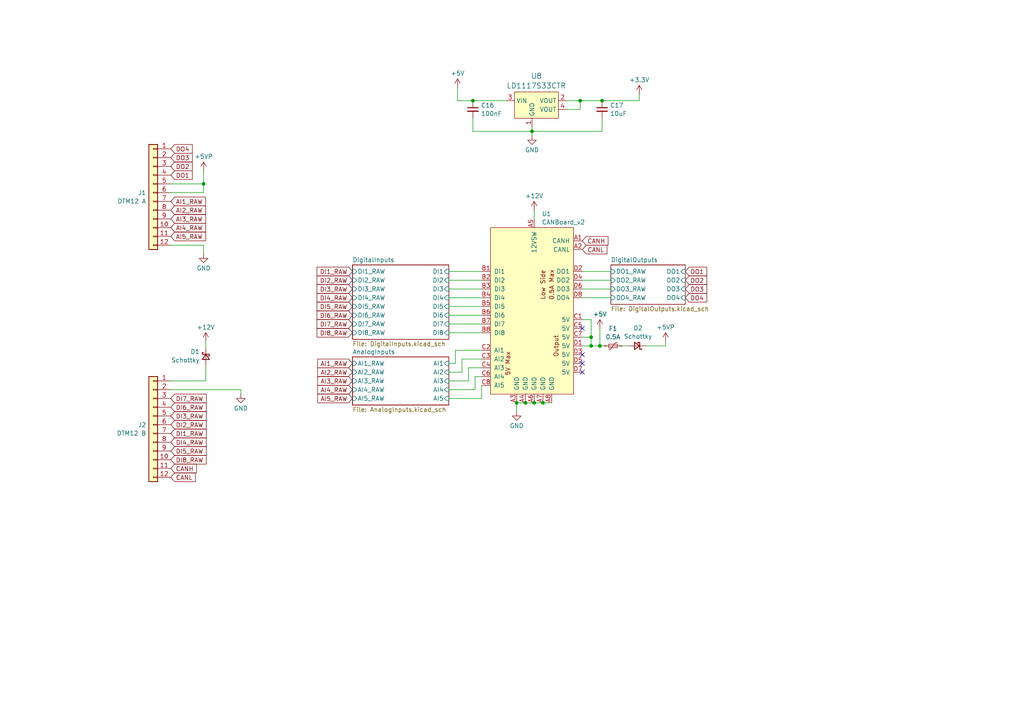
<source format=kicad_sch>
(kicad_sch (version 20231120) (generator "eeschema") (generator_version "8.0")
  (paper "A4")
  (title_block (title "CANBoard-Base") (date "2024-07-13") (rev "v1") (company "Dingo Electronics") (comment 1 "github.com/corygrant") (comment 2 "Cory Grant"))
  (lib_symbols
    (symbol "CANBoard:CANBoard_v2" (pin_names (offset 1.016))
      (property "Reference" "U" (at -11.43 24.13 0))
      (property "Value" "CANBoard_v2" (at 7.62 24.13 0))
      (symbol "CANBoard_v2_0_0"
        (text "0.5A Max" (at 5.08 6.35 900) (effects (font (size 1.27 1.27))))
        (text "5V Max" (at -7.62 -16.51 900) (effects (font (size 1.27 1.27))))
        (text "Low Side" (at 2.54 6.35 900) (effects (font (size 1.27 1.27))))
        (text "Output" (at 6.35 -11.43 900) (effects (font (size 1.27 1.27))))
      )
      (symbol "CANBoard_v2_0_1"
        (rectangle (start -12.7 22.86) (end 11.43 -25.4) (fill (type background)))
      )
      (symbol "CANBoard_v2_1_1"
        (pin input line (at 13.97 19.05 180) (length 2.54) (name "CANH") (number "A1"))
        (pin input line (at 13.97 16.51 180) (length 2.54) (name "CANL") (number "A2"))
        (pin input line (at -5.08 -27.94 90) (length 2.54) (name "GND") (number "A3"))
        (pin input line (at -2.54 -27.94 90) (length 2.54) (name "GND") (number "A4"))
        (pin input line (at 0 25.4 270) (length 2.54) (name "12VSW") (number "A5"))
        (pin input line (at 0 -27.94 90) (length 2.54) (name "GND") (number "A6"))
        (pin input line (at 2.54 -27.94 90) (length 2.54) (name "GND") (number "A7"))
        (pin input line (at 5.08 -27.94 90) (length 2.54) (name "GND") (number "A8"))
        (pin input line (at -15.24 10.16 0) (length 2.54) (name "DI1") (number "B1"))
        (pin input line (at -15.24 7.62 0) (length 2.54) (name "DI2") (number "B2"))
        (pin input line (at -15.24 5.08 0) (length 2.54) (name "DI3") (number "B3"))
        (pin input line (at -15.24 2.54 0) (length 2.54) (name "DI4") (number "B4"))
        (pin input line (at -15.24 0 0) (length 2.54) (name "DI5") (number "B5"))
        (pin input line (at -15.24 -2.54 0) (length 2.54) (name "DI6") (number "B6"))
        (pin input line (at -15.24 -5.08 0) (length 2.54) (name "DI7") (number "B7"))
        (pin input line (at -15.24 -7.62 0) (length 2.54) (name "DI8") (number "B8"))
        (pin input line (at 13.97 -3.81 180) (length 2.54) (name "5V") (number "C1"))
        (pin input line (at -15.24 -12.7 0) (length 2.54) (name "AI1") (number "C2"))
        (pin input line (at -15.24 -15.24 0) (length 2.54) (name "AI2") (number "C3"))
        (pin input line (at -15.24 -17.78 0) (length 2.54) (name "AI3") (number "C4"))
        (pin input line (at 13.97 -6.35 180) (length 2.54) (name "5V") (number "C5"))
        (pin input line (at -15.24 -20.32 0) (length 2.54) (name "AI4") (number "C6"))
        (pin input line (at 13.97 -8.89 180) (length 2.54) (name "5V") (number "C7"))
        (pin input line (at -15.24 -22.86 0) (length 2.54) (name "AI5") (number "C8"))
        (pin input line (at 13.97 -11.43 180) (length 2.54) (name "5V") (number "D1"))
        (pin input line (at 13.97 10.16 180) (length 2.54) (name "DO1") (number "D2"))
        (pin input line (at 13.97 -13.97 180) (length 2.54) (name "5V") (number "D3"))
        (pin input line (at 13.97 7.62 180) (length 2.54) (name "DO2") (number "D4"))
        (pin input line (at 13.97 -16.51 180) (length 2.54) (name "5V") (number "D5"))
        (pin input line (at 13.97 5.08 180) (length 2.54) (name "DO3") (number "D6"))
        (pin input line (at 13.97 -19.05 180) (length 2.54) (name "5V") (number "D7"))
        (pin input line (at 13.97 2.54 180) (length 2.54) (name "DO4") (number "D8"))
      )
    )
    (symbol "Connector_Generic:Conn_01x12" (pin_names (offset 1.016) hide)
      (property "Reference" "J" (at 0 15.24 0))
      (property "Value" "Conn_01x12" (at 0 -17.78 0))
      (symbol "Conn_01x12_1_1"
        (rectangle (start -1.27 -15.113) (end 0 -15.367) (stroke (width 0.1524)))
        (rectangle (start -1.27 -12.573) (end 0 -12.827) (stroke (width 0.1524)))
        (rectangle (start -1.27 -10.033) (end 0 -10.287) (stroke (width 0.1524)))
        (rectangle (start -1.27 -7.493) (end 0 -7.747) (stroke (width 0.1524)))
        (rectangle (start -1.27 -4.953) (end 0 -5.207) (stroke (width 0.1524)))
        (rectangle (start -1.27 -2.413) (end 0 -2.667) (stroke (width 0.1524)))
        (rectangle (start -1.27 0.127) (end 0 -0.127) (stroke (width 0.1524)))
        (rectangle (start -1.27 2.667) (end 0 2.413) (stroke (width 0.1524)))
        (rectangle (start -1.27 5.207) (end 0 4.953) (stroke (width 0.1524)))
        (rectangle (start -1.27 7.747) (end 0 7.493) (stroke (width 0.1524)))
        (rectangle (start -1.27 10.287) (end 0 10.033) (stroke (width 0.1524)))
        (rectangle (start -1.27 12.827) (end 0 12.573) (stroke (width 0.1524)))
        (rectangle (start -1.27 13.97) (end 1.27 -16.51) (stroke (width 0.254)) (fill (type background)))
        (pin passive line (at -5.08 12.7 0) (length 3.81) (name "Pin_1") (number "1"))
        (pin passive line (at -5.08 -10.16 0) (length 3.81) (name "Pin_10") (number "10"))
        (pin passive line (at -5.08 -12.7 0) (length 3.81) (name "Pin_11") (number "11"))
        (pin passive line (at -5.08 -15.24 0) (length 3.81) (name "Pin_12") (number "12"))
        (pin passive line (at -5.08 10.16 0) (length 3.81) (name "Pin_2") (number "2"))
        (pin passive line (at -5.08 7.62 0) (length 3.81) (name "Pin_3") (number "3"))
        (pin passive line (at -5.08 5.08 0) (length 3.81) (name "Pin_4") (number "4"))
        (pin passive line (at -5.08 2.54 0) (length 3.81) (name "Pin_5") (number "5"))
        (pin passive line (at -5.08 0 0) (length 3.81) (name "Pin_6") (number "6"))
        (pin passive line (at -5.08 -2.54 0) (length 3.81) (name "Pin_7") (number "7"))
        (pin passive line (at -5.08 -5.08 0) (length 3.81) (name "Pin_8") (number "8"))
        (pin passive line (at -5.08 -7.62 0) (length 3.81) (name "Pin_9") (number "9"))
      )
    )
    (symbol "Device:C_Small" (pin_numbers hide) (pin_names (offset 0.254) hide)
      (property "Reference" "C" (at 0.254 1.778 0))
      (property "Value" "C_Small" (at 0.254 -2.032 0))
      (symbol "C_Small_0_1"
        (polyline (pts (xy -1.524 -0.508) (xy 1.524 -0.508)) (stroke (width 0.3302)))
        (polyline (pts (xy -1.524 0.508) (xy 1.524 0.508)) (stroke (width 0.3048)))
      )
      (symbol "C_Small_1_1"
        (pin passive line (at 0 2.54 270) (length 2.032) (name "~") (number "1"))
        (pin passive line (at 0 -2.54 90) (length 2.032) (name "~") (number "2"))
      )
    )
    (symbol "Device:D_Schottky_Small" (pin_numbers hide) (pin_names (offset 0.254) hide)
      (property "Reference" "D" (at -1.27 2.032 0))
      (property "Value" "D_Schottky_Small" (at -7.112 -2.032 0))
      (symbol "D_Schottky_Small_0_1"
        (polyline (pts (xy -0.762 0) (xy 0.762 0)))
        (polyline (pts (xy 0.762 -1.016) (xy -0.762 0) (xy 0.762 1.016) (xy 0.762 -1.016)) (stroke (width 0.254)))
        (polyline (pts (xy -1.27 0.762) (xy -1.27 1.016) (xy -0.762 1.016) (xy -0.762 -1.016) (xy -0.254 -1.016) (xy -0.254 -0.762)) (stroke (width 0.254)))
      )
      (symbol "D_Schottky_Small_1_1"
        (pin passive line (at -2.54 0 0) (length 1.778) (name "K") (number "1"))
        (pin passive line (at 2.54 0 180) (length 1.778) (name "A") (number "2"))
      )
    )
    (symbol "Device:Polyfuse_Small" (pin_numbers hide) (pin_names (offset 0))
      (property "Reference" "F" (at -1.905 0 90))
      (property "Value" "Polyfuse_Small" (at 1.905 0 90))
      (symbol "Polyfuse_Small_0_1"
        (rectangle (start -0.508 1.27) (end 0.508 -1.27))
        (polyline (pts (xy 0 2.54) (xy 0 -2.54)))
        (polyline (pts (xy -1.016 1.27) (xy -1.016 0.762) (xy 1.016 -0.762) (xy 1.016 -1.27)))
      )
      (symbol "Polyfuse_Small_1_1"
        (pin passive line (at 0 2.54 270) (length 0.635) (name "~") (number "1"))
        (pin passive line (at 0 -2.54 90) (length 0.635) (name "~") (number "2"))
      )
    )
    (symbol "dk_PMIC-Voltage-Regulators-Linear:LD1117S33CTR"
      (property "Reference" "U" (at 1.27 3.81 0))
      (property "Value" "LD1117S33CTR" (at 1.27 6.35 0))
      (symbol "LD1117S33CTR_1_1"
        (rectangle (start -5.08 2.54) (end 7.62 -5.08) (fill (type background)))
        (pin power_in line (at 0 -7.62 90) (length 2.54) (name "GND") (number "1"))
        (pin power_out line (at 10.16 0 180) (length 2.54) (name "VOUT") (number "2"))
        (pin power_in line (at -7.62 0 0) (length 2.54) (name "VIN") (number "3"))
        (pin power_out line (at 10.16 -2.54 180) (length 2.54) (name "VOUT") (number "4"))
      )
    )
    (symbol "power:+12V" (power) (pin_names (offset 0))
      (property "Value" "+12V" (at 0 3.556 0))
      (symbol "+12V_0_1"
        (polyline (pts (xy -0.762 1.27) (xy 0 2.54)))
        (polyline (pts (xy 0 0) (xy 0 2.54)))
        (polyline (pts (xy 0 2.54) (xy 0.762 1.27)))
      )
      (symbol "+12V_1_1"
        (pin power_in line (at 0 0 90) (length 0) hide (name "+12V") (number "1"))
      )
    )
    (symbol "power:+3.3V" (power) (pin_names (offset 0))
      (property "Value" "+3.3V" (at 0 3.556 0))
      (symbol "+3.3V_0_1"
        (polyline (pts (xy -0.762 1.27) (xy 0 2.54)))
        (polyline (pts (xy 0 0) (xy 0 2.54)))
        (polyline (pts (xy 0 2.54) (xy 0.762 1.27)))
      )
      (symbol "+3.3V_1_1"
        (pin power_in line (at 0 0 90) (length 0) hide (name "+3.3V") (number "1"))
      )
    )
    (symbol "power:+5V" (power) (pin_names (offset 0))
      (property "Value" "+5V" (at 0 3.556 0))
      (symbol "+5V_0_1"
        (polyline (pts (xy -0.762 1.27) (xy 0 2.54)))
        (polyline (pts (xy 0 0) (xy 0 2.54)))
        (polyline (pts (xy 0 2.54) (xy 0.762 1.27)))
      )
      (symbol "+5V_1_1"
        (pin power_in line (at 0 0 90) (length 0) hide (name "+5V") (number "1"))
      )
    )
    (symbol "power:+5VP" (power) (pin_names (offset 0))
      (property "Value" "+5VP" (at 0 3.556 0))
      (symbol "+5VP_0_1"
        (polyline (pts (xy -0.762 1.27) (xy 0 2.54)))
        (polyline (pts (xy 0 0) (xy 0 2.54)))
        (polyline (pts (xy 0 2.54) (xy 0.762 1.27)))
      )
      (symbol "+5VP_1_1"
        (pin power_in line (at 0 0 90) (length 0) hide (name "+5VP") (number "1"))
      )
    )
    (symbol "power:GND" (power) (pin_names (offset 0))
      (property "Value" "GND" (at 0 -3.81 0))
      (symbol "GND_0_1"
        (polyline (pts (xy 0 0) (xy 0 -1.27) (xy 1.27 -1.27) (xy 0 -2.54) (xy -1.27 -1.27) (xy 0 -1.27)))
      )
      (symbol "GND_1_1"
        (pin power_in line (at 0 0 270) (length 0) hide (name "GND") (number "1"))
      )
    )
  )
  (junction (at 149.86 116.84))
  (junction (at 137.16 29.21))
  (junction (at 157.48 116.84))
  (junction (at 59.055 53.34))
  (junction (at 168.275 29.21))
  (junction (at 152.4 116.84))
  (junction (at 171.45 100.33))
  (junction (at 154.305 38.1))
  (junction (at 154.94 116.84))
  (junction (at 174.625 29.21))
  (junction (at 173.99 100.33))
  (junction (at 171.45 97.79))
  (no_connect (at 168.91 102.87))
  (no_connect (at 168.91 107.95))
  (no_connect (at 168.91 105.41))
  (no_connect (at 168.91 95.25))
  (wire (pts (xy 130.175 105.41) (xy 132.08 105.41)))
  (wire (pts (xy 174.625 29.21) (xy 185.42 29.21)))
  (wire (pts (xy 154.94 60.96) (xy 154.94 63.5)))
  (wire (pts (xy 130.175 96.52) (xy 139.7 96.52)))
  (wire (pts (xy 164.465 31.75) (xy 168.275 31.75)))
  (wire (pts (xy 137.16 29.21) (xy 146.685 29.21)))
  (wire (pts (xy 132.08 105.41) (xy 132.08 101.6)))
  (wire (pts (xy 168.91 81.28) (xy 177.165 81.28)))
  (wire (pts (xy 137.795 109.22) (xy 139.7 109.22)))
  (wire (pts (xy 49.53 53.34) (xy 59.055 53.34)))
  (wire (pts (xy 154.305 38.1) (xy 154.305 36.83)))
  (wire (pts (xy 168.91 97.79) (xy 171.45 97.79)))
  (wire (pts (xy 168.275 31.75) (xy 168.275 29.21)))
  (wire (pts (xy 59.055 71.12) (xy 59.055 73.66)))
  (wire (pts (xy 168.91 92.71) (xy 171.45 92.71)))
  (wire (pts (xy 171.45 100.33) (xy 173.99 100.33)))
  (wire (pts (xy 49.53 71.12) (xy 59.055 71.12)))
  (wire (pts (xy 137.16 38.1) (xy 154.305 38.1)))
  (wire (pts (xy 164.465 29.21) (xy 168.275 29.21)))
  (wire (pts (xy 130.175 91.44) (xy 139.7 91.44)))
  (wire (pts (xy 132.715 25.4) (xy 132.715 29.21)))
  (wire (pts (xy 154.305 38.1) (xy 154.305 39.37)))
  (wire (pts (xy 171.45 100.33) (xy 171.45 97.79)))
  (wire (pts (xy 157.48 116.84) (xy 154.94 116.84)))
  (wire (pts (xy 187.325 100.33) (xy 193.04 100.33)))
  (wire (pts (xy 130.175 113.03) (xy 137.795 113.03)))
  (wire (pts (xy 168.91 78.74) (xy 177.165 78.74)))
  (wire (pts (xy 137.795 113.03) (xy 137.795 109.22)))
  (wire (pts (xy 185.42 27.305) (xy 185.42 29.21)))
  (wire (pts (xy 154.94 116.84) (xy 152.4 116.84)))
  (wire (pts (xy 173.99 100.33) (xy 175.26 100.33)))
  (wire (pts (xy 174.625 38.1) (xy 154.305 38.1)))
  (wire (pts (xy 168.91 83.82) (xy 177.165 83.82)))
  (wire (pts (xy 130.175 86.36) (xy 139.7 86.36)))
  (wire (pts (xy 130.175 83.82) (xy 139.7 83.82)))
  (wire (pts (xy 130.175 81.28) (xy 139.7 81.28)))
  (wire (pts (xy 173.99 95.25) (xy 173.99 100.33)))
  (wire (pts (xy 130.175 107.95) (xy 133.985 107.95)))
  (wire (pts (xy 49.53 110.49) (xy 59.69 110.49)))
  (wire (pts (xy 132.715 29.21) (xy 137.16 29.21)))
  (wire (pts (xy 59.69 99.06) (xy 59.69 100.965)))
  (wire (pts (xy 130.175 110.49) (xy 135.89 110.49)))
  (wire (pts (xy 130.175 115.57) (xy 139.7 115.57)))
  (wire (pts (xy 139.7 115.57) (xy 139.7 111.76)))
  (wire (pts (xy 171.45 92.71) (xy 171.45 97.79)))
  (wire (pts (xy 135.89 110.49) (xy 135.89 106.68)))
  (wire (pts (xy 168.275 29.21) (xy 174.625 29.21)))
  (wire (pts (xy 130.175 78.74) (xy 139.7 78.74)))
  (wire (pts (xy 59.69 110.49) (xy 59.69 106.045)))
  (wire (pts (xy 180.34 100.33) (xy 182.245 100.33)))
  (wire (pts (xy 174.625 34.29) (xy 174.625 38.1)))
  (wire (pts (xy 49.53 113.03) (xy 69.85 113.03)))
  (wire (pts (xy 133.985 107.95) (xy 133.985 104.14)))
  (wire (pts (xy 133.985 104.14) (xy 139.7 104.14)))
  (wire (pts (xy 130.175 88.9) (xy 139.7 88.9)))
  (wire (pts (xy 49.53 55.88) (xy 59.055 55.88)))
  (wire (pts (xy 59.055 55.88) (xy 59.055 53.34)))
  (wire (pts (xy 168.91 100.33) (xy 171.45 100.33)))
  (wire (pts (xy 160.02 116.84) (xy 157.48 116.84)))
  (wire (pts (xy 137.16 34.29) (xy 137.16 38.1)))
  (wire (pts (xy 193.04 100.33) (xy 193.04 99.06)))
  (wire (pts (xy 130.175 93.98) (xy 139.7 93.98)))
  (wire (pts (xy 59.055 53.34) (xy 59.055 49.53)))
  (wire (pts (xy 152.4 116.84) (xy 149.86 116.84)))
  (wire (pts (xy 149.86 116.84) (xy 149.86 119.38)))
  (wire (pts (xy 135.89 106.68) (xy 139.7 106.68)))
  (wire (pts (xy 168.91 86.36) (xy 177.165 86.36)))
  (wire (pts (xy 132.08 101.6) (xy 139.7 101.6)))
  (wire (pts (xy 69.85 113.03) (xy 69.85 114.3)))
  (global_label "DI1_RAW" (shape input) (at 49.53 125.73 0) (property "Intersheetrefs" "${INTERSHEET_REFS}" (effects (hide yes))))
  (global_label "AI3_RAW" (shape input) (at 102.235 110.49 180) (property "Intersheetrefs" "${INTERSHEET_REFS}" (effects (hide yes))))
  (global_label "DI5_RAW" (shape input) (at 49.53 130.81 0) (property "Intersheetrefs" "${INTERSHEET_REFS}" (effects (hide yes))))
  (global_label "AI2_RAW" (shape input) (at 102.235 107.95 180) (property "Intersheetrefs" "${INTERSHEET_REFS}" (effects (hide yes))))
  (global_label "AI1_RAW" (shape input) (at 102.235 105.41 180) (property "Intersheetrefs" "${INTERSHEET_REFS}" (effects (hide yes))))
  (global_label "DO1" (shape input) (at 49.53 50.8 0) (property "Intersheetrefs" "${INTERSHEET_REFS}" (effects (hide yes))))
  (global_label "DO4" (shape input) (at 198.755 86.36 0) (property "Intersheetrefs" "${INTERSHEET_REFS}" (effects (hide yes))))
  (global_label "DI7_RAW" (shape input) (at 102.235 93.98 180) (property "Intersheetrefs" "${INTERSHEET_REFS}" (effects (hide yes))))
  (global_label "DO2" (shape input) (at 49.53 48.26 0) (property "Intersheetrefs" "${INTERSHEET_REFS}" (effects (hide yes))))
  (global_label "DI1_RAW" (shape input) (at 102.235 78.74 180) (property "Intersheetrefs" "${INTERSHEET_REFS}" (effects (hide yes))))
  (global_label "DO3" (shape input) (at 198.755 83.82 0) (property "Intersheetrefs" "${INTERSHEET_REFS}" (effects (hide yes))))
  (global_label "AI4_RAW" (shape input) (at 102.235 113.03 180) (property "Intersheetrefs" "${INTERSHEET_REFS}" (effects (hide yes))))
  (global_label "DI6_RAW" (shape input) (at 102.235 91.44 180) (property "Intersheetrefs" "${INTERSHEET_REFS}" (effects (hide yes))))
  (global_label "DI3_RAW" (shape input) (at 102.235 83.82 180) (property "Intersheetrefs" "${INTERSHEET_REFS}" (effects (hide yes))))
  (global_label "DI4_RAW" (shape input) (at 49.53 128.27 0) (property "Intersheetrefs" "${INTERSHEET_REFS}" (effects (hide yes))))
  (global_label "DI8_RAW" (shape input) (at 102.235 96.52 180) (property "Intersheetrefs" "${INTERSHEET_REFS}" (effects (hide yes))))
  (global_label "AI2_RAW" (shape input) (at 49.53 60.96 0) (property "Intersheetrefs" "${INTERSHEET_REFS}" (effects (hide yes))))
  (global_label "DI7_RAW" (shape input) (at 49.53 115.57 0) (property "Intersheetrefs" "${INTERSHEET_REFS}" (effects (hide yes))))
  (global_label "DO3" (shape input) (at 49.53 45.72 0) (property "Intersheetrefs" "${INTERSHEET_REFS}" (effects (hide yes))))
  (global_label "DO4" (shape input) (at 49.53 43.18 0) (property "Intersheetrefs" "${INTERSHEET_REFS}" (effects (hide yes))))
  (global_label "DI2_RAW" (shape input) (at 102.235 81.28 180) (property "Intersheetrefs" "${INTERSHEET_REFS}" (effects (hide yes))))
  (global_label "DI3_RAW" (shape input) (at 49.53 120.65 0) (property "Intersheetrefs" "${INTERSHEET_REFS}" (effects (hide yes))))
  (global_label "DI2_RAW" (shape input) (at 49.53 123.19 0) (property "Intersheetrefs" "${INTERSHEET_REFS}" (effects (hide yes))))
  (global_label "DO2" (shape input) (at 198.755 81.28 0) (property "Intersheetrefs" "${INTERSHEET_REFS}" (effects (hide yes))))
  (global_label "DI4_RAW" (shape input) (at 102.235 86.36 180) (property "Intersheetrefs" "${INTERSHEET_REFS}" (effects (hide yes))))
  (global_label "DI8_RAW" (shape input) (at 49.53 133.35 0) (property "Intersheetrefs" "${INTERSHEET_REFS}" (effects (hide yes))))
  (global_label "CANL" (shape input) (at 49.53 138.43 0) (property "Intersheetrefs" "${INTERSHEET_REFS}" (effects (hide yes))))
  (global_label "AI5_RAW" (shape input) (at 49.53 68.58 0) (property "Intersheetrefs" "${INTERSHEET_REFS}" (effects (hide yes))))
  (global_label "CANL" (shape input) (at 168.91 72.39 0) (property "Intersheetrefs" "${INTERSHEET_REFS}" (effects (hide yes))))
  (global_label "AI1_RAW" (shape input) (at 49.53 58.42 0) (property "Intersheetrefs" "${INTERSHEET_REFS}" (effects (hide yes))))
  (global_label "CANH" (shape input) (at 168.91 69.85 0) (property "Intersheetrefs" "${INTERSHEET_REFS}" (effects (hide yes))))
  (global_label "CANH" (shape input) (at 49.53 135.89 0) (property "Intersheetrefs" "${INTERSHEET_REFS}" (effects (hide yes))))
  (global_label "DO1" (shape input) (at 198.755 78.74 0) (property "Intersheetrefs" "${INTERSHEET_REFS}" (effects (hide yes))))
  (global_label "DI5_RAW" (shape input) (at 102.235 88.9 180) (property "Intersheetrefs" "${INTERSHEET_REFS}" (effects (hide yes))))
  (global_label "AI5_RAW" (shape input) (at 102.235 115.57 180) (property "Intersheetrefs" "${INTERSHEET_REFS}" (effects (hide yes))))
  (global_label "AI4_RAW" (shape input) (at 49.53 66.04 0) (property "Intersheetrefs" "${INTERSHEET_REFS}" (effects (hide yes))))
  (global_label "AI3_RAW" (shape input) (at 49.53 63.5 0) (property "Intersheetrefs" "${INTERSHEET_REFS}" (effects (hide yes))))
  (global_label "DI6_RAW" (shape input) (at 49.53 118.11 0) (property "Intersheetrefs" "${INTERSHEET_REFS}" (effects (hide yes))))
  (symbol (lib_id "power:+5V") (at 132.715 25.4 0) (unit 1)
    (property "Reference" "#PWR023" (effects (hide yes)))
    (property "Value" "+5V" (at 132.715 21.2669 0))
  )
  (symbol (lib_id "Device:C_Small") (at 174.625 31.75 0) (unit 1)
    (property "Reference" "C17" (at 176.9491 30.5442 0) (effects (justify left)))
    (property "Value" "10uF" (at 176.9491 32.9684 0) (effects (justify left)))
    (property "Footprint" "Capacitor_SMD:C_0805_2012Metric" (effects (hide yes)))
  )
  (symbol (lib_id "Device:Polyfuse_Small") (at 177.8 100.33 90) (unit 1)
    (property "Reference" "F1" (at 177.8 95.2967 90))
    (property "Value" "0.5A" (at 177.8 97.7209 90))
    (property "Footprint" "Fuse:Fuse_0805_2012Metric" (effects (hide yes)))
  )
  (symbol (lib_id "power:+5VP") (at 193.04 99.06 0) (unit 1)
    (property "Reference" "#PWR026" (effects (hide yes)))
    (property "Value" "+5VP" (at 193.04 94.9269 0))
  )
  (symbol (lib_id "power:GND") (at 149.86 119.38 0) (unit 1)
    (property "Reference" "#PWR03" (effects (hide yes)))
    (property "Value" "GND" (at 149.86 123.5131 0))
  )
  (symbol (lib_id "power:+12V") (at 59.69 99.06 0) (mirror y) (unit 1)
    (property "Reference" "#PWR01" (effects (hide yes)))
    (property "Value" "+12V" (at 59.69 94.9269 0))
  )
  (symbol (lib_id "power:+12V") (at 154.94 60.96 0) (unit 1)
    (property "Reference" "#PWR02" (effects (hide yes)))
    (property "Value" "+12V" (at 154.94 56.8269 0))
  )
  (symbol (lib_id "power:GND") (at 154.305 39.37 0) (unit 1)
    (property "Reference" "#PWR024" (effects (hide yes)))
    (property "Value" "GND" (at 154.305 43.5031 0))
  )
  (symbol (lib_id "power:+3.3V") (at 185.42 27.305 0) (unit 1)
    (property "Reference" "#PWR025" (effects (hide yes)))
    (property "Value" "+3.3V" (at 185.42 23.1719 0))
  )
  (symbol (lib_id "power:GND") (at 59.055 73.66 0) (mirror y) (unit 1)
    (property "Reference" "#PWR027" (effects (hide yes)))
    (property "Value" "GND" (at 59.055 77.7931 0))
  )
  (symbol (lib_id "Connector_Generic:Conn_01x12") (at 44.45 55.88 0) (mirror y) (unit 1)
    (property "Reference" "J1" (at 42.418 55.9379 0) (effects (justify left)))
    (property "Value" "DTM12 A" (at 42.418 58.3621 0) (effects (justify left)))
    (property "Footprint" "Deutsch_DTM:TE_DTM15-12PA" (effects (hide yes)))
  )
  (symbol (lib_id "Device:C_Small") (at 137.16 31.75 0) (unit 1)
    (property "Reference" "C16" (at 139.4841 30.5442 0) (effects (justify left)))
    (property "Value" "100nF" (at 139.4841 32.9684 0) (effects (justify left)))
    (property "Footprint" "Capacitor_SMD:C_0805_2012Metric" (effects (hide yes)))
  )
  (symbol (lib_id "Device:D_Schottky_Small") (at 59.69 103.505 90) (mirror x) (unit 1)
    (property "Reference" "D1" (at 57.912 102.0389 90) (effects (justify left)))
    (property "Value" "Schottky" (at 57.912 104.4631 90) (effects (justify left)))
    (property "Footprint" "Diode_SMD:D_SOD-123" (effects (hide yes)))
  )
  (symbol (lib_id "power:GND") (at 69.85 114.3 0) (mirror y) (unit 1)
    (property "Reference" "#PWR07" (effects (hide yes)))
    (property "Value" "GND" (at 69.85 118.4331 0))
  )
  (symbol (lib_id "power:+5VP") (at 59.055 49.53 0) (unit 1)
    (property "Reference" "#PWR04" (effects (hide yes)))
    (property "Value" "+5VP" (at 59.055 45.3969 0))
  )
  (symbol (lib_id "Connector_Generic:Conn_01x12") (at 44.45 123.19 0) (mirror y) (unit 1)
    (property "Reference" "J2" (at 42.418 123.2479 0) (effects (justify left)))
    (property "Value" "DTM12 B" (at 42.418 125.6721 0) (effects (justify left)))
    (property "Footprint" "Deutsch_DTM:TE_DTM15-12PA" (effects (hide yes)))
  )
  (symbol (lib_id "power:+5V") (at 173.99 95.25 0) (unit 1)
    (property "Reference" "#PWR022" (effects (hide yes)))
    (property "Value" "+5V" (at 173.99 91.1169 0))
  )
  (symbol (lib_id "Device:D_Schottky_Small") (at 184.785 100.33 180) (unit 1)
    (property "Reference" "D2" (at 185.039 95.1697 0))
    (property "Value" "Schottky" (at 185.039 97.5939 0))
    (property "Footprint" "Diode_SMD:D_SOD-123" (effects (hide yes)))
  )
  (symbol (lib_id "dk_PMIC-Voltage-Regulators-Linear:LD1117S33CTR") (at 154.305 29.21 0) (unit 1)
    (property "Reference" "U8" (at 155.575 22.0398 0) (effects (font (size 1.524 1.524))))
    (property "Value" "LD1117S33CTR" (at 155.575 24.8726 0) (effects (font (size 1.524 1.524))))
    (property "Footprint" "digikey-footprints:SOT-223" (effects (hide yes)))
    (property "Datasheet" "http://www.st.com/content/ccc/resource/technical/document/datasheet/99/3b/7d/91/91/51/4b/be/CD00000544.pdf/files/CD00000544.pdf/jcr:content/translations/en.CD00000544.pdf" (effects (hide yes)))
    (property "Description" "IC REG LINEAR 3.3V 800MA SOT223" (effects (hide yes)))
    (property "Digi-Key_PN" "497-1241-1-ND" (effects (hide yes)))
    (property "MPN" "LD1117S33CTR" (effects (hide yes)))
    (property "Category" "Integrated Circuits (ICs)" (effects (hide yes)))
    (property "Family" "PMIC - Voltage Regulators - Linear" (effects (hide yes)))
    (property "DK_Datasheet_Link" "http://www.st.com/content/ccc/resource/technical/document/datasheet/99/3b/7d/91/91/51/4b/be/CD00000544.pdf/files/CD00000544.pdf/jcr:content/translations/en.CD00000544.pdf" (effects (hide yes)))
    (property "DK_Detail_Page" "/product-detail/en/stmicroelectronics/LD1117S33CTR/497-1241-1-ND/586241" (effects (hide yes)))
    (property "Manufacturer" "STMicroelectronics" (effects (hide yes)))
    (property "Status" "Active" (effects (hide yes)))
  )
  (symbol (lib_id "CANBoard:CANBoard_v2") (at 154.94 88.9 0) (unit 1)
    (property "Reference" "U1" (at 157.1341 62.0227 0) (effects (justify left)))
    (property "Value" "CANBoard_v2" (at 157.1341 64.4469 0) (effects (justify left)))
    (property "Footprint" "CANBoard:CANBoard_v2_NoMountingHoles" (effects (hide yes)))
  )
  (sheet (at 177.165 76.835) (size 21.59 11.43) (stroke (width 0.1524))
    (property "Sheetname" "DigitalOutputs" (at 177.165 76.1234 0) (effects (justify left bottom)))
    (property "Sheetfile" "DigitalOutputs.kicad_sch" (at 177.165 88.8496 0) (effects (justify left top)))
    (pin "DO1_RAW" input (at 177.165 78.74 180))
    (pin "DO3_RAW" input (at 177.165 83.82 180))
    (pin "DO2_RAW" input (at 177.165 81.28 180))
    (pin "DO4_RAW" input (at 177.165 86.36 180))
    (pin "DO1" input (at 198.755 78.74 0))
    (pin "DO3" input (at 198.755 83.82 0))
    (pin "DO2" input (at 198.755 81.28 0))
    (pin "DO4" input (at 198.755 86.36 0))
  )
  (sheet (at 102.235 103.505) (size 27.94 13.97) (stroke (width 0.1524))
    (property "Sheetname" "AnalogInputs" (at 102.235 102.7934 0) (effects (justify left bottom)))
    (property "Sheetfile" "AnalogInputs.kicad_sch" (at 102.235 118.0596 0) (effects (justify left top)))
    (pin "AI3_RAW" input (at 102.235 110.49 180))
    (pin "AI1_RAW" input (at 102.235 105.41 180))
    (pin "AI4_RAW" input (at 102.235 113.03 180))
    (pin "AI2_RAW" input (at 102.235 107.95 180))
    (pin "AI5_RAW" input (at 102.235 115.57 180))
    (pin "AI1" input (at 130.175 105.41 0))
    (pin "AI4" input (at 130.175 113.03 0))
    (pin "AI2" input (at 130.175 107.95 0))
    (pin "AI3" input (at 130.175 110.49 0))
    (pin "AI5" input (at 130.175 115.57 0))
  )
  (sheet (at 102.235 76.835) (size 27.94 21.59) (stroke (width 0.1524))
    (property "Sheetname" "DigitalInputs" (at 102.235 76.1234 0) (effects (justify left bottom)))
    (property "Sheetfile" "DigitalInputs.kicad_sch" (at 102.235 99.0096 0) (effects (justify left top)))
    (pin "DI4_RAW" input (at 102.235 86.36 180))
    (pin "DI5_RAW" input (at 102.235 88.9 180))
    (pin "DI7_RAW" input (at 102.235 93.98 180))
    (pin "DI6_RAW" input (at 102.235 91.44 180))
    (pin "DI8_RAW" input (at 102.235 96.52 180))
    (pin "DI3_RAW" input (at 102.235 83.82 180))
    (pin "DI2_RAW" input (at 102.235 81.28 180))
    (pin "DI1_RAW" input (at 102.235 78.74 180))
    (pin "DI7" input (at 130.175 93.98 0))
    (pin "DI4" input (at 130.175 86.36 0))
    (pin "DI5" input (at 130.175 88.9 0))
    (pin "DI6" input (at 130.175 91.44 0))
    (pin "DI8" input (at 130.175 96.52 0))
    (pin "DI2" input (at 130.175 81.28 0))
    (pin "DI1" input (at 130.175 78.74 0))
    (pin "DI3" input (at 130.175 83.82 0))
  )
)
</source>
